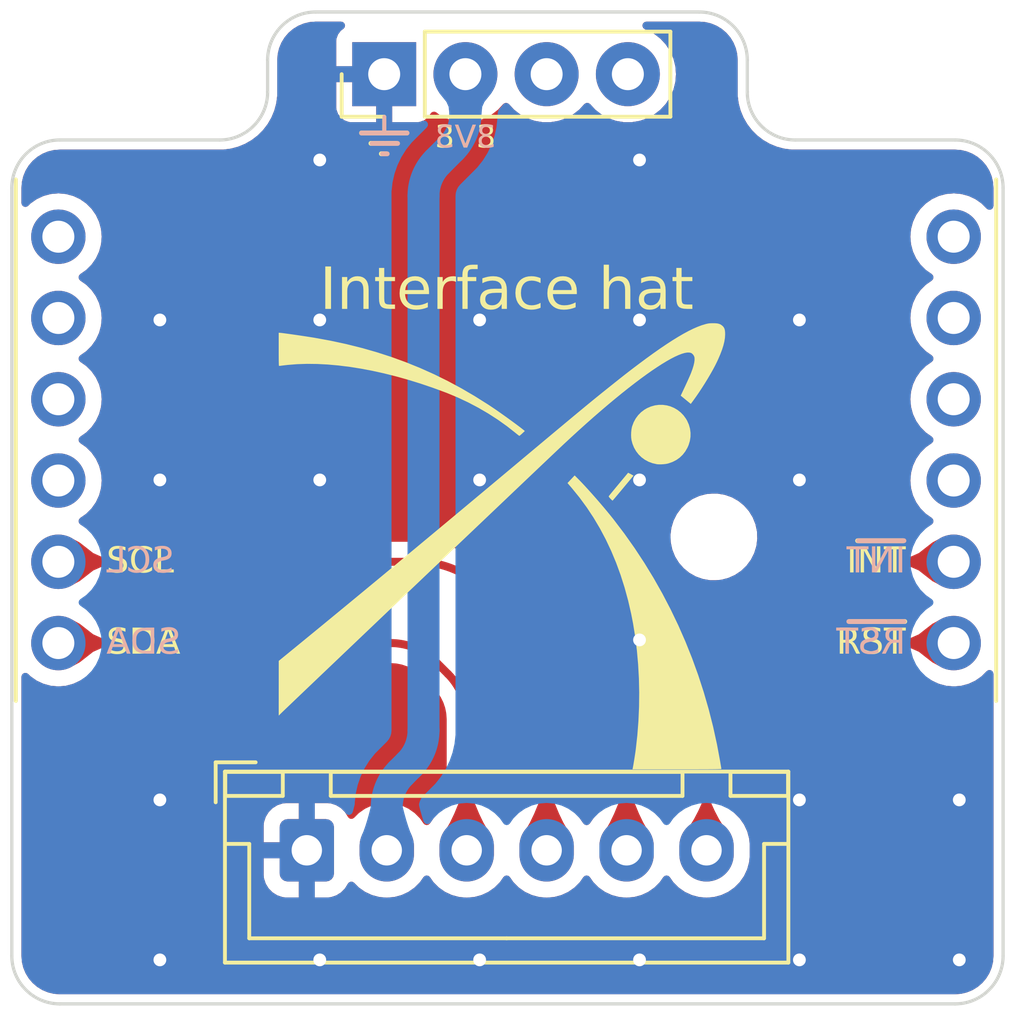
<source format=kicad_pcb>
(kicad_pcb (version 20221018) (generator pcbnew)
  (title_block (title "Spectrophotometer Interface Hat PCB") (date "2023-07-14") (company "EPFL Xplore") (comment 4 "Author: Vincent Nguyen"))
  (layers (0 "F.Cu" signal) (31 "B.Cu" signal) (34 "B.Paste" user) (35 "F.Paste" user) (36 "B.SilkS" user "B.Silkscreen") (37 "F.SilkS" user "F.Silkscreen") (38 "B.Mask" user) (39 "F.Mask" user) (44 "Edge.Cuts" user))
  (net 0 "")
  (net 1 "GND")
  (net 2 "+3V3")
  (net 3 "/SDA")
  (net 4 "/SCL")
  (net 5 "/~{INT}")
  (net 6 "/~{RST}")
  (footprint "kibuzzard-64B17C81" (layer "F.Cu") (at 102.41984 51.2)
    (fp_text reference "kibuzzard-64B17C81" hide)
    (fp_text value "G***" hide)
  )
  (footprint "Connector_JST:JST_XH_B6B-XH-A_1x06_P2.50mm_Vertical" (layer "F.Cu") (at 96.19484 71.2)
    (fp_text reference "J2" hide)
    (fp_text value "B6B-XH-A(LF)(SN)")
    (fp_line (start -2.85 -2.75) (end -2.85 -1.5) (stroke (width 0.12)) (layer "F.SilkS"))
    (fp_line (start -2.56 -2.46) (end -2.56 3.51) (stroke (width 0.12)) (layer "F.SilkS"))
    (fp_line (start -2.56 3.51) (end 15.06 3.51) (stroke (width 0.12)) (layer "F.SilkS"))
    (fp_line (start -2.55 -2.45) (end -2.55 -1.7) (stroke (width 0.12)) (layer "F.SilkS"))
    (fp_line (start -2.55 -1.7) (end -0.75 -1.7) (stroke (width 0.12)) (layer "F.SilkS"))
    (fp_line (start -2.55 -0.2) (end -1.8 -0.2) (stroke (width 0.12)) (layer "F.SilkS"))
    (fp_line (start -1.8 -0.2) (end -1.8 2.75) (stroke (width 0.12)) (layer "F.SilkS"))
    (fp_line (start -1.8 2.75) (end 6.25 2.75) (stroke (width 0.12)) (layer "F.SilkS"))
    (fp_line (start -1.6 -2.75) (end -2.85 -2.75) (stroke (width 0.12)) (layer "F.SilkS"))
    (fp_line (start -0.75 -2.45) (end -2.55 -2.45) (stroke (width 0.12)) (layer "F.SilkS"))
    (fp_line (start -0.75 -1.7) (end -0.75 -2.45) (stroke (width 0.12)) (layer "F.SilkS"))
    (fp_line (start 0.75 -2.45) (end 0.75 -1.7) (stroke (width 0.12)) (layer "F.SilkS"))
    (fp_line (start 0.75 -1.7) (end 11.75 -1.7) (stroke (width 0.12)) (layer "F.SilkS"))
    (fp_line (start 11.75 -2.45) (end 0.75 -2.45) (stroke (width 0.12)) (layer "F.SilkS"))
    (fp_line (start 11.75 -1.7) (end 11.75 -2.45) (stroke (width 0.12)) (layer "F.SilkS"))
    (fp_line (start 13.25 -2.45) (end 13.25 -1.7) (stroke (width 0.12)) (layer "F.SilkS"))
    (fp_line (start 13.25 -1.7) (end 15.05 -1.7) (stroke (width 0.12)) (layer "F.SilkS"))
    (fp_line (start 14.3 -0.2) (end 14.3 2.75) (stroke (width 0.12)) (layer "F.SilkS"))
    (fp_line (start 14.3 2.75) (end 6.25 2.75) (stroke (width 0.12)) (layer "F.SilkS"))
    (fp_line (start 15.05 -2.45) (end 13.25 -2.45) (stroke (width 0.12)) (layer "F.SilkS"))
    (fp_line (start 15.05 -1.7) (end 15.05 -2.45) (stroke (width 0.12)) (layer "F.SilkS"))
    (fp_line (start 15.05 -0.2) (end 14.3 -0.2) (stroke (width 0.12)) (layer "F.SilkS"))
    (fp_line (start 15.06 -2.46) (end -2.56 -2.46) (stroke (width 0.12)) (layer "F.SilkS"))
    (fp_line (start 15.06 3.51) (end 15.06 -2.46) (stroke (width 0.12)) (layer "F.SilkS"))
    (pad "1" thru_hole roundrect (at 0 0) (size 1.7 1.95) (drill 0.95) (layers "*.Cu" "*.Mask") (roundrect_rratio 0.147059) (net 1 "GND"))
    (pad "2" thru_hole oval (at 2.5 0) (size 1.7 1.95) (drill 0.95) (layers "*.Cu" "*.Mask") (net 2 "+3V3"))
    (pad "3" thru_hole oval (at 5 0) (size 1.7 1.95) (drill 0.95) (layers "*.Cu" "*.Mask") (net 3 "/SDA"))
    (pad "4" thru_hole oval (at 7.5 0) (size 1.7 1.95) (drill 0.95) (layers "*.Cu" "*.Mask") (net 4 "/SCL"))
    (pad "5" thru_hole oval (at 10 0) (size 1.7 1.95) (drill 0.95) (layers "*.Cu" "*.Mask") (net 5 "/~{INT}"))
    (pad "6" thru_hole oval (at 12.5 0) (size 1.7 1.95) (drill 0.95) (layers "*.Cu" "*.Mask") (net 6 "/~{RST}"))
  )
  (footprint "0_graphic:Xplore_Logo_X_only_20mm" (layer "F.Cu") (at 102.29484 61.7)
    (fp_text reference "G1" hide)
    (fp_text value "Xplore_Logo" hide)
    (fp_poly (pts (xy 4.004032 -2.271833) (xy 4.038469 -2.253982) (xy 4.070454 -2.236625) (xy 4.088744 -2.226087) (xy 4.117618 -2.208528) (xy 3.793699 -1.819742) (xy 3.731959 -1.745755) (xy 3.673798 -1.676282) (xy 3.620365 -1.612678) (xy 3.572807 -1.556299) (xy 3.532271 -1.508501) (xy 3.499905 -1.470639) (xy 3.476858 -1.444069) (xy 3.464276 -1.430146) (xy 3.462314 -1.42836) (xy 3.452878 -1.433617) (xy 3.433864 -1.449875) (xy 3.40861 -1.474176) (xy 3.395128 -1.487954) (xy 3.365903 -1.520461) (xy 3.34704 -1.545905) (xy 3.340319 -1.561814) (xy 3.340626 -1.563739) (xy 3.347589 -1.57354) (xy 3.365568 -1.596464) (xy 3.393375 -1.631056) (xy 3.429818 -1.675857) (xy 3.473707 -1.729411) (xy 3.523852 -1.790263) (xy 3.579062 -1.856955) (xy 3.638148 -1.928029) (xy 3.64702 -1.938676) (xy 3.948196 -2.300019)) (fill solid) (layer "F.SilkS"))
    (fp_poly (pts (xy 5.034526 -4.42181) (xy 5.156852 -4.405093) (xy 5.27556 -4.372435) (xy 5.389034 -4.324346) (xy 5.495658 -4.261332) (xy 5.593817 -4.183904) (xy 5.681895 -4.092571) (xy 5.758275 -3.987839) (xy 5.794892 -3.924371) (xy 5.84849 -3.803025) (xy 5.883768 -3.677939) (xy 5.90071 -3.550536) (xy 5.899297 -3.422239) (xy 5.879514 -3.294468) (xy 5.841341 -3.168647) (xy 5.80508 -3.085352) (xy 5.737272 -2.967429) (xy 5.656746 -2.863621) (xy 5.563717 -2.7741) (xy 5.458396 -2.699036) (xy 5.340996 -2.638601) (xy 5.211729 -2.592966) (xy 5.184277 -2.58558) (xy 5.13007 -2.575016) (xy 5.064682 -2.567294) (xy 4.994755 -2.562767) (xy 4.926933 -2.56179) (xy 4.867861 -2.564717) (xy 4.845142 -2.56752) (xy 4.711805 -2.597609) (xy 4.587282 -2.643912) (xy 4.472625 -2.70543) (xy 4.368886 -2.781164) (xy 4.277118 -2.870112) (xy 4.198371 -2.971278) (xy 4.133698 -3.083658) (xy 4.08415 -3.206256) (xy 4.054445 -3.319057) (xy 4.044538 -3.391902) (xy 4.041073 -3.475483) (xy 4.043762 -3.563163) (xy 4.052316 -3.648299) (xy 4.066449 -3.724256) (xy 4.073093 -3.748901) (xy 4.12056 -3.876066) (xy 4.183417 -3.992648) (xy 4.260924 -4.097748) (xy 4.352346 -4.190468) (xy 4.456944 -4.269909) (xy 4.541362 -4.319087) (xy 4.662 -4.371224) (xy 4.785484 -4.405384) (xy 4.910199 -4.422076)) (fill solid) (layer "F.SilkS"))
    (fp_poly (pts (xy 2.336688 -2.156309) (xy 2.419911 -2.072545) (xy 2.512749 -1.975752) (xy 2.61333 -1.868059) (xy 2.719783 -1.751591) (xy 2.830235 -1.628475) (xy 2.942816 -1.500838) (xy 3.055651 -1.370806) (xy 3.166871 -1.240506) (xy 3.274602 -1.112064) (xy 3.376973 -0.987606) (xy 3.472113 -0.86926) (xy 3.49409 -0.84146) (xy 3.830655 -0.398845) (xy 4.151708 0.054608) (xy 4.457066 0.518488) (xy 4.746548 0.992382) (xy 5.01997 1.475878) (xy 5.277152 1.968564) (xy 5.517911 2.470027) (xy 5.742065 2.979855) (xy 5.949433 3.497636) (xy 6.139831 4.022957) (xy 6.313078 4.555407) (xy 6.468992 5.094572) (xy 6.607391 5.640041) (xy 6.728092 6.191402) (xy 6.82179 6.694355) (xy 6.833203 6.761535) (xy 6.843477 6.822825) (xy 6.852192 6.875649) (xy 6.858926 6.917427) (xy 6.863258 6.945584) (xy 6.864769 6.957494) (xy 6.861351 6.959176) (xy 6.850579 6.960702) (xy 6.831678 6.962078) (xy 6.803876 6.963312) (xy 6.766402 6.964409) (xy 6.718482 6.965377) (xy 6.659344 6.966222) (xy 6.588215 6.96695) (xy 6.504323 6.967569) (xy 6.406897 6.968084) (xy 6.295161 6.968503) (xy 6.168345 6.968831) (xy 6.025677 6.969077) (xy 5.866382 6.969246) (xy 5.689691 6.969344) (xy 5.494828 6.969379) (xy 5.475431 6.969379) (xy 4.086072 6.969379) (xy 4.092466 6.938478) (xy 4.101328 6.892674) (xy 4.112174 6.831946) (xy 4.124375 6.760207) (xy 4.137305 6.681369) (xy 4.150339 6.599345) (xy 4.16285 6.518048) (xy 4.174212 6.44139) (xy 4.183797 6.373284) (xy 4.187962 6.34185) (xy 4.236659 5.90364) (xy 4.270676 5.461383) (xy 4.290083 5.017002) (xy 4.294941 4.572419) (xy 4.285316 4.12956) (xy 4.261273 3.690346) (xy 4.222878 3.256701) (xy 4.170195 2.830548) (xy 4.103288 2.41381) (xy 4.045272 2.115534) (xy 3.948937 1.696535) (xy 3.838094 1.289813) (xy 3.712726 0.895335) (xy 3.572818 0.513066) (xy 3.418352 0.142972) (xy 3.249313 -0.214979) (xy 3.065685 -0.560825) (xy 2.86745 -0.894598) (xy 2.654594 -1.216332) (xy 2.4271 -1.526062) (xy 2.184951 -1.823822) (xy 2.165401 -1.846598) (xy 2.052259 -1.977899) (xy 2.16409 -2.096999) (xy 2.275921 -2.216099)) (fill solid) (layer "F.SilkS"))
    (fp_poly (pts (xy -6.934381 -6.673212) (xy -6.896012 -6.66915) (xy -6.842945 -6.662738) (xy -6.777225 -6.654267) (xy -6.700895 -6.644029) (xy -6.616001 -6.632318) (xy -6.524586 -6.619423) (xy -6.428697 -6.605638) (xy -6.330377 -6.591254) (xy -6.231672 -6.576565) (xy -6.134626 -6.561861) (xy -6.041284 -6.547435) (xy -5.953691 -6.533578) (xy -5.873891 -6.520584) (xy -5.852187 -6.516967) (xy -5.347549 -6.424573) (xy -4.855698 -6.318647) (xy -4.375702 -6.198823) (xy -3.906628 -6.064737) (xy -3.447546 -5.916022) (xy -2.997522 -5.752316) (xy -2.555625 -5.573253) (xy -2.120924 -5.378468) (xy -1.692485 -5.167598) (xy -1.269377 -4.940276) (xy -0.85067 -4.696139) (xy -0.435428 -4.43482) (xy -0.294749 -4.341912) (xy -0.22368 -4.29385) (xy -0.144484 -4.239302) (xy -0.059157 -4.179716) (xy 0.030304 -4.116542) (xy 0.121902 -4.051229) (xy 0.213639 -3.985226) (xy 0.303517 -3.919983) (xy 0.389541 -3.856948) (xy 0.469711 -3.797572) (xy 0.542033 -3.743303) (xy 0.604506 -3.695591) (xy 0.655134 -3.655885) (xy 0.689331 -3.627845) (xy 0.717855 -3.603601) (xy 0.637037 -3.527841) (xy 0.604437 -3.498028) (xy 0.576412 -3.473788) (xy 0.556063 -3.457713) (xy 0.546711 -3.452364) (xy 0.536396 -3.458242) (xy 0.514353 -3.474236) (xy 0.483389 -3.498201) (xy 0.446314 -3.527991) (xy 0.427861 -3.543159) (xy 0.158435 -3.75504) (xy -0.126101 -3.957468) (xy -0.423747 -4.149289) (xy -0.732502 -4.329344) (xy -1.050362 -4.496475) (xy -1.375327 -4.649524) (xy -1.705396 -4.787335) (xy -1.758983 -4.80806) (xy -2.147699 -4.951121) (xy -2.534063 -5.08217) (xy -2.91728 -5.201077) (xy -3.296558 -5.307708) (xy -3.671101 -5.401934) (xy -4.040115 -5.483621) (xy -4.402806 -5.552639) (xy -4.75838 -5.608855) (xy -5.106042 -5.652136) (xy -5.444998 -5.682353) (xy -5.774454 -5.699372) (xy -6.093615 -5.703063) (xy -6.401687 -5.693293) (xy -6.697877 -5.66993) (xy -6.847036 -5.652352) (xy -6.890951 -5.646699) (xy -6.928478 -5.642127) (xy -6.955262 -5.639149) (xy -6.966398 -5.638256) (xy -6.969184 -5.641302) (xy -6.971545 -5.65132) (xy -6.973509 -5.669629) (xy -6.975112 -5.69755) (xy -6.976383 -5.736402) (xy -6.977355 -5.787503) (xy -6.978059 -5.852175) (xy -6.978528 -5.931737) (xy -6.978793 -6.027508) (xy -6.978886 -6.140808) (xy -6.978888 -6.156444) (xy -6.978888 -6.67463) (xy -6.956005 -6.67463)) (fill solid) (layer "F.SilkS"))
    (fp_poly (pts (xy 6.674963 -6.97199) (xy 6.736349 -6.96646) (xy 6.786418 -6.955817) (xy 6.828869 -6.939211) (xy 6.867396 -6.915792) (xy 6.875936 -6.909471) (xy 6.914738 -6.875624) (xy 6.943458 -6.83935) (xy 6.963357 -6.797261) (xy 6.975694 -6.745972) (xy 6.981733 -6.682096) (xy 6.982885 -6.622336) (xy 6.976817 -6.517508) (xy 6.958889 -6.403907) (xy 6.928835 -6.280653) (xy 6.886395 -6.146863) (xy 6.831303 -6.001657) (xy 6.763297 -5.84415) (xy 6.727268 -5.766614) (xy 6.669012 -5.649408) (xy 6.600217 -5.520658) (xy 6.522693 -5.383284) (xy 6.438244 -5.240207) (xy 6.34868 -5.094347) (xy 6.255806 -4.948622) (xy 6.161432 -4.805955) (xy 6.067364 -4.669263) (xy 5.97541 -4.541469) (xy 5.937577 -4.490785) (xy 5.90752 -4.450999) (xy 5.836513 -4.509801) (xy 5.797726 -4.541821) (xy 5.751306 -4.579993) (xy 5.704367 -4.618471) (xy 5.679142 -4.639089) (xy 5.592779 -4.709573) (xy 5.635947 -4.800725) (xy 5.693967 -4.923837) (xy 5.747129 -5.037851) (xy 5.794823 -5.14142) (xy 5.836436 -5.233195) (xy 5.871358 -5.31183) (xy 5.898976 -5.375978) (xy 5.916891 -5.419725) (xy 5.961032 -5.539667) (xy 5.994067 -5.647041) (xy 6.015886 -5.741308) (xy 6.026377 -5.821925) (xy 6.02543 -5.888352) (xy 6.019307 -5.921245) (xy 6.000579 -5.96374) (xy 5.970715 -6.003462) (xy 5.935104 -6.033973) (xy 5.91682 -6.043763) (xy 5.862236 -6.056988) (xy 5.795054 -6.056611) (xy 5.715668 -6.042917) (xy 5.624469 -6.016192) (xy 5.521854 -5.976721) (xy 5.408215 -5.924787) (xy 5.283945 -5.860677) (xy 5.149439 -5.784674) (xy 5.005089 -5.697064) (xy 4.851289 -5.598133) (xy 4.688433 -5.488163) (xy 4.516914 -5.367441) (xy 4.337126 -5.236251) (xy 4.149463 -5.094877) (xy 3.954317 -4.943607) (xy 3.752084 -4.782722) (xy 3.543155 -4.61251) (xy 3.327924 -4.433253) (xy 3.106786 -4.245238) (xy 2.880133 -4.048749) (xy 2.64836 -3.844072) (xy 2.41186 -3.63149) (xy 2.171026 -3.411289) (xy 1.926252 -3.183754) (xy 1.79554 -3.060738) (xy 1.734173 -3.002696) (xy 1.661039 -2.933443) (xy 1.5766 -2.853422) (xy 1.481323 -2.763075) (xy 1.375672 -2.662844) (xy 1.260109 -2.55317) (xy 1.1351 -2.434494) (xy 1.001109 -2.307258) (xy 0.8586 -2.171906) (xy 0.708036 -2.028877) (xy 0.549884 -1.878613) (xy 0.384605 -1.721556) (xy 0.212666 -1.558149) (xy 0.034529 -1.388832) (xy -0.149339 -1.214049) (xy -0.338477 -1.034238) (xy -0.53242 -0.849844) (xy -0.730702 -0.661308) (xy -0.932861 -0.46907) (xy -1.138431 -0.273573) (xy -1.346949 -0.075259) (xy -1.55795 0.12543) (xy -1.770971 0.328054) (xy -1.985547 0.53217) (xy -2.201213 0.737336) (xy -2.417506 0.943112) (xy -2.633962 1.149055) (xy -2.850115 1.354723) (xy -3.065503 1.559675) (xy -3.27966 1.76347) (xy -3.492122 1.965664) (xy -3.702427 2.165817) (xy -3.910108 2.363488) (xy -4.114702 2.558233) (xy -4.315745 2.749612) (xy -4.512773 2.937183) (xy -4.70532 3.120504) (xy -4.892925 3.299135) (xy -5.075121 3.472631) (xy -5.251444 3.640553) (xy -5.421432 3.802458) (xy -5.584618 3.957904) (xy -5.740539 4.106451) (xy -5.888732 4.247656) (xy -6.028731 4.381078) (xy -6.160073 4.506274) (xy -6.282293 4.622803) (xy -6.394927 4.730224) (xy -6.497511 4.828096) (xy -6.58958 4.915974) (xy -6.670671 4.993419) (xy -6.74032 5.059989) (xy -6.798061 5.115243) (xy -6.843431 5.158737) (xy -6.875967 5.190031) (xy -6.895202 5.208682) (xy -6.895692 5.209163) (xy -6.978888 5.290817) (xy -6.97757 3.579769) (xy -6.424862 3.128139) (xy -6.010904 2.789443) (xy -5.582728 2.438247) (xy -5.140328 2.074548) (xy -4.683699 1.69834) (xy -4.212836 1.309619) (xy -3.727734 0.90838) (xy -3.228386 0.494621) (xy -2.714789 0.068335) (xy -2.186936 -0.37048) (xy -1.644822 -0.821832) (xy -1.088441 -1.285722) (xy -0.51779 -1.762156) (xy 0.067138 -2.251139) (xy 0.194914 -2.358036) (xy 0.425595 -2.55104) (xy 0.642297 -2.732328) (xy 0.84562 -2.902395) (xy 1.03616 -3.061737) (xy 1.214517 -3.210849) (xy 1.381289 -3.350228) (xy 1.537074 -3.480367) (xy 1.682471 -3.601763) (xy 1.818078 -3.714912) (xy 1.944493 -3.820309) (xy 2.062316 -3.918449) (xy 2.172142 -4.009828) (xy 2.274573 -4.094942) (xy 2.370205 -4.174286) (xy 2.459638 -4.248355) (xy 2.543468 -4.317645) (xy 2.622297 -4.382651) (xy 2.696719 -4.44387) (xy 2.767336 -4.501796) (xy 2.834745 -4.556925) (xy 2.899544 -4.609752) (xy 2.962331 -4.660774) (xy 3.023706 -4.710485) (xy 3.084265 -4.759381) (xy 3.14461 -4.807959) (xy 3.205335 -4.856712) (xy 3.267041 -4.906136) (xy 3.330326 -4.956728) (xy 3.395788 -5.008982) (xy 3.403871 -5.01543) (xy 3.511696 -5.101387) (xy 3.606735 -5.177018) (xy 3.691025 -5.243909) (xy 3.766604 -5.303646) (xy 3.835509 -5.357816) (xy 3.899776 -5.408005) (xy 3.961442 -5.4558) (xy 4.022545 -5.502785) (xy 4.085122 -5.550548) (xy 4.151208 -5.600675) (xy 4.222843 -5.654752) (xy 4.283363 -5.700307) (xy 4.519468 -5.875746) (xy 4.74298 -6.037441) (xy 4.954238 -6.185594) (xy 5.153577 -6.320406) (xy 5.341335 -6.442079) (xy 5.517847 -6.550815) (xy 5.68345 -6.646815) (xy 5.838482 -6.730281) (xy 5.983278 -6.801415) (xy 6.118175 -6.860418) (xy 6.243509 -6.907491) (xy 6.356442 -6.941993) (xy 6.408071 -6.955155) (xy 6.450486 -6.963972) (xy 6.49054 -6.969328) (xy 6.535089 -6.972108) (xy 6.590986 -6.973198) (xy 6.598566 -6.973256)) (fill solid) (layer "F.SilkS"))
  )
  (footprint "0_connectors:Hat_connector_hole" (layer "F.Cu") (at 102.425 55.833205)
    (fp_text reference "J1" hide)
    (fp_text value "Hat_connector_hole")
    (fp_text user "RST" (at 12.5 8.89 unlocked) (layer "B.SilkS") (effects (font (size 0.8 0.8) (thickness 0.1)) (justify left mirror)))
    (fp_text user "INT" (at 12.5 6.35 unlocked) (layer "B.SilkS") (effects (font (size 0.8 0.8) (thickness 0.1)) (justify left mirror)))
    (fp_text user "SCL" (at -12.5 6.35 unlocked) (layer "B.SilkS") (effects (font (size 0.8 0.8) (thickness 0.1)) (justify right mirror)))
    (fp_text user "SDA" (at -12.5 8.89 unlocked) (layer "B.SilkS") (effects (font (size 0.8 0.8) (thickness 0.1)) (justify right mirror)))
    (fp_text user "INT" (at 12.5 6.35 unlocked) (layer "F.SilkS") (effects (font (size 0.8 0.8) (thickness 0.1)) (justify right)))
    (fp_text user "SCL" (at -12.5 6.35 unlocked) (layer "F.SilkS") (effects (font (size 0.8 0.8) (thickness 0.1)) (justify left)))
    (fp_text user "RST" (at 12.5 8.89 unlocked) (layer "F.SilkS") (effects (font (size 0.8 0.8) (thickness 0.1)) (justify right)))
    (fp_text user "SDA" (at -12.5 8.89 unlocked) (layer "F.SilkS") (effects (font (size 0.8 0.8) (thickness 0.1)) (justify left)))
    (fp_line (start -15.33 -5.6) (end -15.33 10.7) (stroke (width 0.12)) (layer "F.SilkS"))
    (fp_line (start -5.14 -7.56) (end -5.14 -8.89) (stroke (width 0.12)) (layer "F.SilkS"))
    (fp_line (start -3.81 -7.56) (end -5.14 -7.56) (stroke (width 0.12)) (layer "F.SilkS"))
    (fp_line (start -2.54 -10.22) (end 5.14 -10.22) (stroke (width 0.12)) (layer "F.SilkS"))
    (fp_line (start -2.54 -7.56) (end -2.54 -10.22) (stroke (width 0.12)) (layer "F.SilkS"))
    (fp_line (start -2.54 -7.56) (end 5.14 -7.56) (stroke (width 0.12)) (layer "F.SilkS"))
    (fp_line (start 5.14 -7.56) (end 5.14 -10.22) (stroke (width 0.12)) (layer "F.SilkS"))
    (fp_line (start 15.33 -5.6) (end 15.33 10.7) (stroke (width 0.12)) (layer "F.SilkS"))
    (pad "" np_thru_hole circle (at 6.5 5.5725) (size 2.2 2.2) (drill 2.2) (layers "*.Cu" "*.Mask"))
    (pad "1" thru_hole rect (at -3.81 -8.89 90) (size 2 2) (drill 1) (layers "*.Cu" "*.Mask") (net 1 "GND"))
    (pad "2" thru_hole oval (at -1.27 -8.89 90) (size 2 2) (drill 1) (layers "*.Cu" "*.Mask") (net 2 "+3V3"))
    (pad "3" thru_hole oval (at -14 -3.81) (size 1.7 1.7) (drill 1) (layers "*.Cu" "*.Mask"))
    (pad "4" thru_hole oval (at -14 -1.27) (size 1.7 1.7) (drill 1) (layers "*.Cu" "*.Mask"))
    (pad "5" thru_hole oval (at -14 1.27) (size 1.7 1.7) (drill 1) (layers "*.Cu" "*.Mask"))
    (pad "6" thru_hole oval (at -14 3.81) (size 1.7 1.7) (drill 1) (layers "*.Cu" "*.Mask"))
    (pad "7" thru_hole oval (at -14 6.35) (size 1.7 1.7) (drill 1) (layers "*.Cu" "*.Mask") (net 4 "/SCL"))
    (pad "8" thru_hole oval (at -14 8.89) (size 1.7 1.7) (drill 1) (layers "*.Cu" "*.Mask") (net 3 "/SDA"))
    (pad "9" thru_hole oval (at 14 8.89) (size 1.7 1.7) (drill 1) (layers "*.Cu" "*.Mask") (net 6 "/~{RST}"))
    (pad "10" thru_hole oval (at 14 6.35) (size 1.7 1.7) (drill 1) (layers "*.Cu" "*.Mask") (net 5 "/~{INT}"))
    (pad "11" thru_hole oval (at 14 3.81) (size 1.7 1.7) (drill 1) (layers "*.Cu" "*.Mask"))
    (pad "12" thru_hole oval (at 14 1.27) (size 1.7 1.7) (drill 1) (layers "*.Cu" "*.Mask"))
    (pad "13" thru_hole oval (at 14 -1.27) (size 1.7 1.7) (drill 1) (layers "*.Cu" "*.Mask"))
    (pad "14" thru_hole oval (at 14 -3.81) (size 1.7 1.7) (drill 1) (layers "*.Cu" "*.Mask"))
    (pad "15" thru_hole oval (at 1.27 -8.89 90) (size 2 2) (drill 1) (layers "*.Cu" "*.Mask"))
    (pad "16" thru_hole oval (at 3.81 -8.89 90) (size 2 2) (drill 1) (layers "*.Cu" "*.Mask"))
  )
  (gr_line (start 113.14484 64.05) (end 114.86984 64.05) (stroke (width 0.15)) (layer "B.SilkS"))
  (gr_line (start 98.70984 49.4325) (end 98.63484 49.4325) (stroke (width 0.15)) (layer "B.SilkS"))
  (gr_line (start 98.61984 48.7825) (end 99.32984 48.7825) (stroke (width 0.15)) (layer "B.SilkS"))
  (gr_line (start 98.61984 48.7825) (end 98.61984 48.275) (stroke (width 0.12)) (layer "B.SilkS"))
  (gr_line (start 97.90984 48.7825) (end 98.61984 48.7825) (stroke (width 0.15)) (layer "B.SilkS"))
  (gr_line (start 98.23484 49.1075) (end 98.63484 49.1075) (stroke (width 0.15)) (layer "B.SilkS"))
  (gr_line (start 99.03484 49.1075) (end 98.63484 49.1075) (stroke (width 0.15)) (layer "B.SilkS"))
  (gr_line (start 98.55984 49.4325) (end 98.63484 49.4325) (stroke (width 0.15)) (layer "B.SilkS"))
  (gr_line (start 113.44484 61.525) (end 114.86984 61.525) (stroke (width 0.15)) (layer "B.SilkS"))
  (gr_line (start 98.6 49.430705) (end 98.675 49.430705) (stroke (width 0.15)) (layer "F.SilkS"))
  (gr_line (start 98.6 49.430705) (end 98.525 49.430705) (stroke (width 0.15)) (layer "F.SilkS"))
  (gr_line (start 98.6 49.105705) (end 99 49.105705) (stroke (width 0.15)) (layer "F.SilkS"))
  (gr_line (start 98.615 48.273205) (end 98.615 48.780705) (stroke (width 0.12)) (layer "F.SilkS"))
  (gr_line (start 113.16984 64.05) (end 114.89484 64.05) (stroke (width 0.15)) (layer "F.SilkS"))
  (gr_line (start 113.41984 61.525) (end 114.84484 61.525) (stroke (width 0.15)) (layer "F.SilkS"))
  (gr_line (start 97.905 48.780705) (end 98.615 48.780705) (stroke (width 0.15)) (layer "F.SilkS"))
  (gr_line (start 98.615 48.780705) (end 99.325 48.780705) (stroke (width 0.15)) (layer "F.SilkS"))
  (gr_line (start 98.6 49.105705) (end 98.2 49.105705) (stroke (width 0.15)) (layer "F.SilkS"))
  (gr_arc (start 88.46984 76) (mid 87.40918 75.56066) (end 86.96984 74.5) (stroke (width 0.1)) (layer "Edge.Cuts"))
  (gr_arc (start 94.96984 46.5) (mid 95.40918 45.43934) (end 96.46984 45) (stroke (width 0.1)) (layer "Edge.Cuts"))
  (gr_line (start 111.46984 49) (end 116.46984 49) (stroke (width 0.1)) (layer "Edge.Cuts"))
  (gr_arc (start 111.46984 49) (mid 110.40918 48.56066) (end 109.96984 47.5) (stroke (width 0.1)) (layer "Edge.Cuts"))
  (gr_line (start 116.46984 76) (end 88.46984 76) (stroke (width 0.1)) (layer "Edge.Cuts"))
  (gr_line (start 117.96984 50.5) (end 117.96984 74.5) (stroke (width 0.1)) (layer "Edge.Cuts"))
  (gr_arc (start 94.96984 47.5) (mid 94.5305 48.56066) (end 93.46984 49) (stroke (width 0.1)) (layer "Edge.Cuts"))
  (gr_line (start 94.96984 47.5) (end 94.96984 46.5) (stroke (width 0.1)) (layer "Edge.Cuts"))
  (gr_line (start 88.46984 49) (end 93.46984 49) (stroke (width 0.1)) (layer "Edge.Cuts"))
  (gr_line (start 96.46984 45) (end 108.46984 45) (stroke (width 0.1)) (layer "Edge.Cuts"))
  (gr_arc (start 116.46984 49) (mid 117.5305 49.43934) (end 117.96984 50.5) (stroke (width 0.1)) (layer "Edge.Cuts"))
  (gr_arc (start 117.96984 74.5) (mid 117.5305 75.56066) (end 116.46984 76) (stroke (width 0.1)) (layer "Edge.Cuts"))
  (gr_line (start 109.96984 46.5) (end 109.96984 47.5) (stroke (width 0.1)) (layer "Edge.Cuts"))
  (gr_arc (start 108.46984 45) (mid 109.5305 45.43934) (end 109.96984 46.5) (stroke (width 0.1)) (layer "Edge.Cuts"))
  (gr_arc (start 86.96984 50.5) (mid 87.40918 49.43934) (end 88.46984 49) (stroke (width 0.1)) (layer "Edge.Cuts"))
  (gr_line (start 86.96984 74.5) (end 86.96984 50.5) (stroke (width 0.1)) (layer "Edge.Cuts"))
  (gr_text "3V3" (at 101.155 48.943205) (layer "B.SilkS") (effects (font (size 0.7 0.7) (thickness 0.1)) (justify mirror)))
  (gr_text "3V3" (at 101.155 48.943205) (layer "F.SilkS") (effects (font (size 0.7 0.7) (thickness 0.1))))
  (gr_text "Interface hat" (at 102.44484 54.5) (layer "F.SilkS") (effects (font (size 1.3 1.3)) (justify bottom)))
  (via (at 91.6 74.625) (size 0.8) (drill 0.4) (layers "F.Cu" "B.Cu") (net 1))
  (via (at 106.6 49.625) (size 0.8) (drill 0.4) (layers "F.Cu" "B.Cu") (net 1))
  (via (at 101.6 74.625) (size 0.8) (drill 0.4) (layers "F.Cu" "B.Cu") (net 1))
  (via (at 101.6 59.625) (size 0.8) (drill 0.4) (layers "F.Cu" "B.Cu") (net 1))
  (via (at 91.6 69.625) (size 0.8) (drill 0.4) (layers "F.Cu" "B.Cu") (net 1))
  (via (at 96.6 59.625) (size 0.8) (drill 0.4) (layers "F.Cu" "B.Cu") (net 1))
  (via (at 106.6 74.625) (size 0.8) (drill 0.4) (layers "F.Cu" "B.Cu") (net 1))
  (via (at 111.6 54.625) (size 0.8) (drill 0.4) (layers "F.Cu" "B.Cu") (net 1))
  (via (at 101.6 54.625) (size 0.8) (drill 0.4) (layers "F.Cu" "B.Cu") (net 1))
  (via (at 96.6 54.625) (size 0.8) (drill 0.4) (layers "F.Cu" "B.Cu") (net 1))
  (via (at 116.6 74.625) (size 0.8) (drill 0.4) (layers "F.Cu" "B.Cu") (net 1))
  (via (at 111.6 69.625) (size 0.8) (drill 0.4) (layers "F.Cu" "B.Cu") (net 1))
  (via (at 106.6 64.625) (size 0.8) (drill 0.4) (layers "F.Cu" "B.Cu") (net 1))
  (via (at 91.6 59.625) (size 0.8) (drill 0.4) (layers "F.Cu" "B.Cu") (net 1))
  (via (at 111.6 59.625) (size 0.8) (drill 0.4) (layers "F.Cu" "B.Cu") (net 1))
  (via (at 111.6 74.625) (size 0.8) (drill 0.4) (layers "F.Cu" "B.Cu") (net 1))
  (via (at 106.6 54.625) (size 0.8) (drill 0.4) (layers "F.Cu" "B.Cu") (net 1))
  (via (at 96.6 49.625) (size 0.8) (drill 0.4) (layers "F.Cu" "B.Cu") (net 1))
  (via (at 116.6 69.625) (size 0.8) (drill 0.4) (layers "F.Cu" "B.Cu") (net 1))
  (via (at 96.6 74.625) (size 0.8) (drill 0.4) (layers "F.Cu" "B.Cu") (net 1))
  (via (at 91.6 54.625) (size 0.8) (drill 0.4) (layers "F.Cu" "B.Cu") (net 1))
  (via (at 106.6 59.625) (size 0.8) (drill 0.4) (layers "F.Cu" "B.Cu") (net 1))
  (segment (start 99.84484 67.45368) (end 99.84484 50.74632) (width 1) (layer "B.Cu") (net 2))
  (segment (start 100.28418 49.68566) (end 100.71566 49.25418) (width 1) (layer "B.Cu") (net 2))
  (segment (start 98.69484 71.2) (end 98.69484 69.84632) (width 1) (layer "B.Cu") (net 2))
  (segment (start 101.155 48.19352) (end 101.155 46.943205) (width 1) (layer "B.Cu") (net 2))
  (segment (start 99.13418 68.78566) (end 99.4055 68.51434) (width 1) (layer "B.Cu") (net 2))
  (arc (start 100.71566 49.25418) (mid 101.040819 48.767545) (end 101.155 48.19352) (width 1) (layer "B.Cu") (net 2))
  (arc (start 98.69484 69.84632) (mid 98.809021 69.272295) (end 99.13418 68.78566) (width 1) (layer "B.Cu") (net 2))
  (arc (start 99.84484 50.74632) (mid 99.959021 50.172295) (end 100.28418 49.68566) (width 1) (layer "B.Cu") (net 2))
  (arc (start 99.84484 67.45368) (mid 99.730659 68.027705) (end 99.4055 68.51434) (width 1) (layer "B.Cu") (net 2))
  (segment (start 100.609053 65.689213) (end 100.228831 65.308991) (width 0.25) (layer "F.Cu") (net 3))
  (segment (start 98.814618 64.723205) (end 88.425 64.723205) (width 0.25) (layer "F.Cu") (net 3))
  (segment (start 101.19484 71.2) (end 101.19484 67.103427) (width 0.25) (layer "F.Cu") (net 3))
  (arc (start 100.609053 65.689213) (mid 101.042599 66.33806) (end 101.19484 67.103427) (width 0.25) (layer "F.Cu") (net 3))
  (arc (start 100.228831 65.308991) (mid 99.579985 64.875446) (end 98.814618 64.723205) (width 0.25) (layer "F.Cu") (net 3))
  (segment (start 103.69484 71.2) (end 103.69484 66.242641) (width 0.25) (layer "F.Cu") (net 4))
  (segment (start 99.635404 62.183205) (end 88.425 62.183205) (width 0.25) (layer "F.Cu") (net 4))
  (segment (start 102.81616 64.12132) (end 101.756724 63.061884) (width 0.25) (layer "F.Cu") (net 4))
  (arc (start 103.69484 66.242641) (mid 103.466478 65.09459) (end 102.81616 64.12132) (width 0.25) (layer "F.Cu") (net 4))
  (arc (start 101.756724 63.061884) (mid 100.783454 62.411566) (end 99.635404 62.183205) (width 0.25) (layer "F.Cu") (net 4))
  (segment (start 106.19484 69.167641) (end 106.19484 71.2) (width 0.25) (layer "F.Cu") (net 5))
  (segment (start 116.425 62.183205) (end 113.179276 62.183205) (width 0.25) (layer "F.Cu") (net 5))
  (segment (start 111.057955 63.061885) (end 107.073519 67.046321) (width 0.25) (layer "F.Cu") (net 5))
  (arc (start 106.19484 69.167641) (mid 106.423201 68.019591) (end 107.073519 67.046321) (width 0.25) (layer "F.Cu") (net 5))
  (arc (start 113.179276 62.183205) (mid 112.031225 62.411567) (end 111.057955 63.061885) (width 0.25) (layer "F.Cu") (net 5))
  (segment (start 108.69484 71.2) (end 108.69484 69.678427) (width 0.25) (layer "F.Cu") (net 6))
  (segment (start 109.280627 68.264213) (end 112.235849 65.308991) (width 0.25) (layer "F.Cu") (net 6))
  (segment (start 113.650062 64.723205) (end 116.425 64.723205) (width 0.25) (layer "F.Cu") (net 6))
  (arc (start 113.650062 64.723205) (mid 112.884695 64.875446) (end 112.235849 65.308991) (width 0.25) (layer "F.Cu") (net 6))
  (arc (start 108.69484 69.678427) (mid 108.847081 68.91306) (end 109.280627 68.264213) (width 0.25) (layer "F.Cu") (net 6))
  (zone (net 1) (net_name "GND") (layers "F&B.Cu") (connect_pads (clearance 0.5)) (min_thickness 0.25) (fill yes (thermal_gap 0.5) (thermal_bridge_width 0.5))
    (polygon (pts (xy 86.66984 44.625) (xy 118.24484 44.625) (xy 118.26984 44.65) (xy 118.26984 76.325) (xy 118.06984 76.525) (xy 86.69484 76.525) (xy 86.66984 76.5)))
  )
)
</source>
